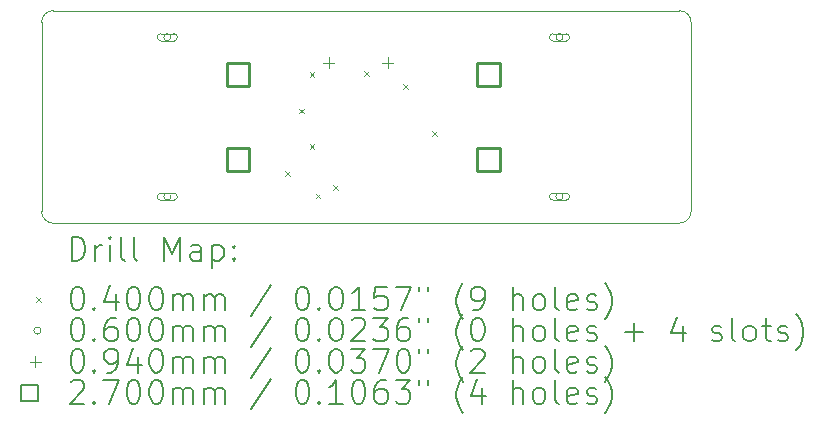
<source format=gbr>
%TF.GenerationSoftware,KiCad,Pcbnew,8.0.1*%
%TF.CreationDate,2025-04-04T09:34:16-04:00*%
%TF.ProjectId,LVC_Custom,4c56435f-4375-4737-946f-6d2e6b696361,rev?*%
%TF.SameCoordinates,Original*%
%TF.FileFunction,Drillmap*%
%TF.FilePolarity,Positive*%
%FSLAX45Y45*%
G04 Gerber Fmt 4.5, Leading zero omitted, Abs format (unit mm)*
G04 Created by KiCad (PCBNEW 8.0.1) date 2025-04-04 09:34:16*
%MOMM*%
%LPD*%
G01*
G04 APERTURE LIST*
%ADD10C,0.100000*%
%ADD11C,0.200000*%
%ADD12C,0.270000*%
G04 APERTURE END LIST*
D10*
X11600000Y-12200000D02*
X11600000Y-10600000D01*
X17000000Y-12300000D02*
X11700000Y-12300000D01*
X17100000Y-12200000D02*
X17100000Y-10600000D01*
X17000000Y-10500000D02*
G75*
G02*
X17100000Y-10600000I0J-100000D01*
G01*
X11700000Y-10500000D02*
X17000000Y-10500000D01*
X11700000Y-12300000D02*
G75*
G02*
X11600000Y-12200000I0J100000D01*
G01*
X11600000Y-10600000D02*
G75*
G02*
X11700000Y-10500000I100000J0D01*
G01*
X17100000Y-12200000D02*
G75*
G02*
X17000000Y-12300000I-100000J0D01*
G01*
D11*
D10*
X13660000Y-11860000D02*
X13700000Y-11900000D01*
X13700000Y-11860000D02*
X13660000Y-11900000D01*
X13780000Y-11330000D02*
X13820000Y-11370000D01*
X13820000Y-11330000D02*
X13780000Y-11370000D01*
X13870000Y-11020000D02*
X13910000Y-11060000D01*
X13910000Y-11020000D02*
X13870000Y-11060000D01*
X13870000Y-11630000D02*
X13910000Y-11670000D01*
X13910000Y-11630000D02*
X13870000Y-11670000D01*
X13920000Y-12050000D02*
X13960000Y-12090000D01*
X13960000Y-12050000D02*
X13920000Y-12090000D01*
X14070000Y-11980000D02*
X14110000Y-12020000D01*
X14110000Y-11980000D02*
X14070000Y-12020000D01*
X14330000Y-11010000D02*
X14370000Y-11050000D01*
X14370000Y-11010000D02*
X14330000Y-11050000D01*
X14660000Y-11120000D02*
X14700000Y-11160000D01*
X14700000Y-11120000D02*
X14660000Y-11160000D01*
X14910000Y-11520000D02*
X14950000Y-11560000D01*
X14950000Y-11520000D02*
X14910000Y-11560000D01*
X12695000Y-10725000D02*
G75*
G02*
X12635000Y-10725000I-30000J0D01*
G01*
X12635000Y-10725000D02*
G75*
G02*
X12695000Y-10725000I30000J0D01*
G01*
X12720000Y-10695000D02*
X12610000Y-10695000D01*
X12610000Y-10755000D02*
G75*
G02*
X12610000Y-10695000I0J30000D01*
G01*
X12610000Y-10755000D02*
X12720000Y-10755000D01*
X12720000Y-10755000D02*
G75*
G03*
X12720000Y-10695000I0J30000D01*
G01*
X12695000Y-12075000D02*
G75*
G02*
X12635000Y-12075000I-30000J0D01*
G01*
X12635000Y-12075000D02*
G75*
G02*
X12695000Y-12075000I30000J0D01*
G01*
X12720000Y-12045000D02*
X12610000Y-12045000D01*
X12610000Y-12105000D02*
G75*
G02*
X12610000Y-12045000I0J30000D01*
G01*
X12610000Y-12105000D02*
X12720000Y-12105000D01*
X12720000Y-12105000D02*
G75*
G03*
X12720000Y-12045000I0J30000D01*
G01*
X16015000Y-10725000D02*
G75*
G02*
X15955000Y-10725000I-30000J0D01*
G01*
X15955000Y-10725000D02*
G75*
G02*
X16015000Y-10725000I30000J0D01*
G01*
X15930000Y-10755000D02*
X16040000Y-10755000D01*
X16040000Y-10695000D02*
G75*
G02*
X16040000Y-10755000I0J-30000D01*
G01*
X16040000Y-10695000D02*
X15930000Y-10695000D01*
X15930000Y-10695000D02*
G75*
G03*
X15930000Y-10755000I0J-30000D01*
G01*
X16015000Y-12075000D02*
G75*
G02*
X15955000Y-12075000I-30000J0D01*
G01*
X15955000Y-12075000D02*
G75*
G02*
X16015000Y-12075000I30000J0D01*
G01*
X15930000Y-12105000D02*
X16040000Y-12105000D01*
X16040000Y-12045000D02*
G75*
G02*
X16040000Y-12105000I0J-30000D01*
G01*
X16040000Y-12045000D02*
X15930000Y-12045000D01*
X15930000Y-12045000D02*
G75*
G03*
X15930000Y-12105000I0J-30000D01*
G01*
X14030000Y-10893194D02*
X14030000Y-10987174D01*
X13983010Y-10940184D02*
X14076990Y-10940184D01*
X14530000Y-10893194D02*
X14530000Y-10987174D01*
X14483010Y-10940184D02*
X14576990Y-10940184D01*
D12*
X13360460Y-11135460D02*
X13360460Y-10944540D01*
X13169540Y-10944540D01*
X13169540Y-11135460D01*
X13360460Y-11135460D01*
X13360460Y-11855460D02*
X13360460Y-11664540D01*
X13169540Y-11664540D01*
X13169540Y-11855460D01*
X13360460Y-11855460D01*
X15480460Y-11135460D02*
X15480460Y-10944540D01*
X15289540Y-10944540D01*
X15289540Y-11135460D01*
X15480460Y-11135460D01*
X15480460Y-11855460D02*
X15480460Y-11664540D01*
X15289540Y-11664540D01*
X15289540Y-11855460D01*
X15480460Y-11855460D01*
D11*
X11855777Y-12616484D02*
X11855777Y-12416484D01*
X11855777Y-12416484D02*
X11903396Y-12416484D01*
X11903396Y-12416484D02*
X11931967Y-12426008D01*
X11931967Y-12426008D02*
X11951015Y-12445055D01*
X11951015Y-12445055D02*
X11960539Y-12464103D01*
X11960539Y-12464103D02*
X11970062Y-12502198D01*
X11970062Y-12502198D02*
X11970062Y-12530769D01*
X11970062Y-12530769D02*
X11960539Y-12568865D01*
X11960539Y-12568865D02*
X11951015Y-12587912D01*
X11951015Y-12587912D02*
X11931967Y-12606960D01*
X11931967Y-12606960D02*
X11903396Y-12616484D01*
X11903396Y-12616484D02*
X11855777Y-12616484D01*
X12055777Y-12616484D02*
X12055777Y-12483150D01*
X12055777Y-12521246D02*
X12065301Y-12502198D01*
X12065301Y-12502198D02*
X12074824Y-12492674D01*
X12074824Y-12492674D02*
X12093872Y-12483150D01*
X12093872Y-12483150D02*
X12112920Y-12483150D01*
X12179586Y-12616484D02*
X12179586Y-12483150D01*
X12179586Y-12416484D02*
X12170062Y-12426008D01*
X12170062Y-12426008D02*
X12179586Y-12435531D01*
X12179586Y-12435531D02*
X12189110Y-12426008D01*
X12189110Y-12426008D02*
X12179586Y-12416484D01*
X12179586Y-12416484D02*
X12179586Y-12435531D01*
X12303396Y-12616484D02*
X12284348Y-12606960D01*
X12284348Y-12606960D02*
X12274824Y-12587912D01*
X12274824Y-12587912D02*
X12274824Y-12416484D01*
X12408158Y-12616484D02*
X12389110Y-12606960D01*
X12389110Y-12606960D02*
X12379586Y-12587912D01*
X12379586Y-12587912D02*
X12379586Y-12416484D01*
X12636729Y-12616484D02*
X12636729Y-12416484D01*
X12636729Y-12416484D02*
X12703396Y-12559341D01*
X12703396Y-12559341D02*
X12770062Y-12416484D01*
X12770062Y-12416484D02*
X12770062Y-12616484D01*
X12951015Y-12616484D02*
X12951015Y-12511722D01*
X12951015Y-12511722D02*
X12941491Y-12492674D01*
X12941491Y-12492674D02*
X12922443Y-12483150D01*
X12922443Y-12483150D02*
X12884348Y-12483150D01*
X12884348Y-12483150D02*
X12865301Y-12492674D01*
X12951015Y-12606960D02*
X12931967Y-12616484D01*
X12931967Y-12616484D02*
X12884348Y-12616484D01*
X12884348Y-12616484D02*
X12865301Y-12606960D01*
X12865301Y-12606960D02*
X12855777Y-12587912D01*
X12855777Y-12587912D02*
X12855777Y-12568865D01*
X12855777Y-12568865D02*
X12865301Y-12549817D01*
X12865301Y-12549817D02*
X12884348Y-12540293D01*
X12884348Y-12540293D02*
X12931967Y-12540293D01*
X12931967Y-12540293D02*
X12951015Y-12530769D01*
X13046253Y-12483150D02*
X13046253Y-12683150D01*
X13046253Y-12492674D02*
X13065301Y-12483150D01*
X13065301Y-12483150D02*
X13103396Y-12483150D01*
X13103396Y-12483150D02*
X13122443Y-12492674D01*
X13122443Y-12492674D02*
X13131967Y-12502198D01*
X13131967Y-12502198D02*
X13141491Y-12521246D01*
X13141491Y-12521246D02*
X13141491Y-12578388D01*
X13141491Y-12578388D02*
X13131967Y-12597436D01*
X13131967Y-12597436D02*
X13122443Y-12606960D01*
X13122443Y-12606960D02*
X13103396Y-12616484D01*
X13103396Y-12616484D02*
X13065301Y-12616484D01*
X13065301Y-12616484D02*
X13046253Y-12606960D01*
X13227205Y-12597436D02*
X13236729Y-12606960D01*
X13236729Y-12606960D02*
X13227205Y-12616484D01*
X13227205Y-12616484D02*
X13217682Y-12606960D01*
X13217682Y-12606960D02*
X13227205Y-12597436D01*
X13227205Y-12597436D02*
X13227205Y-12616484D01*
X13227205Y-12492674D02*
X13236729Y-12502198D01*
X13236729Y-12502198D02*
X13227205Y-12511722D01*
X13227205Y-12511722D02*
X13217682Y-12502198D01*
X13217682Y-12502198D02*
X13227205Y-12492674D01*
X13227205Y-12492674D02*
X13227205Y-12511722D01*
D10*
X11555000Y-12925000D02*
X11595000Y-12965000D01*
X11595000Y-12925000D02*
X11555000Y-12965000D01*
D11*
X11893872Y-12836484D02*
X11912920Y-12836484D01*
X11912920Y-12836484D02*
X11931967Y-12846008D01*
X11931967Y-12846008D02*
X11941491Y-12855531D01*
X11941491Y-12855531D02*
X11951015Y-12874579D01*
X11951015Y-12874579D02*
X11960539Y-12912674D01*
X11960539Y-12912674D02*
X11960539Y-12960293D01*
X11960539Y-12960293D02*
X11951015Y-12998388D01*
X11951015Y-12998388D02*
X11941491Y-13017436D01*
X11941491Y-13017436D02*
X11931967Y-13026960D01*
X11931967Y-13026960D02*
X11912920Y-13036484D01*
X11912920Y-13036484D02*
X11893872Y-13036484D01*
X11893872Y-13036484D02*
X11874824Y-13026960D01*
X11874824Y-13026960D02*
X11865301Y-13017436D01*
X11865301Y-13017436D02*
X11855777Y-12998388D01*
X11855777Y-12998388D02*
X11846253Y-12960293D01*
X11846253Y-12960293D02*
X11846253Y-12912674D01*
X11846253Y-12912674D02*
X11855777Y-12874579D01*
X11855777Y-12874579D02*
X11865301Y-12855531D01*
X11865301Y-12855531D02*
X11874824Y-12846008D01*
X11874824Y-12846008D02*
X11893872Y-12836484D01*
X12046253Y-13017436D02*
X12055777Y-13026960D01*
X12055777Y-13026960D02*
X12046253Y-13036484D01*
X12046253Y-13036484D02*
X12036729Y-13026960D01*
X12036729Y-13026960D02*
X12046253Y-13017436D01*
X12046253Y-13017436D02*
X12046253Y-13036484D01*
X12227205Y-12903150D02*
X12227205Y-13036484D01*
X12179586Y-12826960D02*
X12131967Y-12969817D01*
X12131967Y-12969817D02*
X12255777Y-12969817D01*
X12370062Y-12836484D02*
X12389110Y-12836484D01*
X12389110Y-12836484D02*
X12408158Y-12846008D01*
X12408158Y-12846008D02*
X12417682Y-12855531D01*
X12417682Y-12855531D02*
X12427205Y-12874579D01*
X12427205Y-12874579D02*
X12436729Y-12912674D01*
X12436729Y-12912674D02*
X12436729Y-12960293D01*
X12436729Y-12960293D02*
X12427205Y-12998388D01*
X12427205Y-12998388D02*
X12417682Y-13017436D01*
X12417682Y-13017436D02*
X12408158Y-13026960D01*
X12408158Y-13026960D02*
X12389110Y-13036484D01*
X12389110Y-13036484D02*
X12370062Y-13036484D01*
X12370062Y-13036484D02*
X12351015Y-13026960D01*
X12351015Y-13026960D02*
X12341491Y-13017436D01*
X12341491Y-13017436D02*
X12331967Y-12998388D01*
X12331967Y-12998388D02*
X12322443Y-12960293D01*
X12322443Y-12960293D02*
X12322443Y-12912674D01*
X12322443Y-12912674D02*
X12331967Y-12874579D01*
X12331967Y-12874579D02*
X12341491Y-12855531D01*
X12341491Y-12855531D02*
X12351015Y-12846008D01*
X12351015Y-12846008D02*
X12370062Y-12836484D01*
X12560539Y-12836484D02*
X12579586Y-12836484D01*
X12579586Y-12836484D02*
X12598634Y-12846008D01*
X12598634Y-12846008D02*
X12608158Y-12855531D01*
X12608158Y-12855531D02*
X12617682Y-12874579D01*
X12617682Y-12874579D02*
X12627205Y-12912674D01*
X12627205Y-12912674D02*
X12627205Y-12960293D01*
X12627205Y-12960293D02*
X12617682Y-12998388D01*
X12617682Y-12998388D02*
X12608158Y-13017436D01*
X12608158Y-13017436D02*
X12598634Y-13026960D01*
X12598634Y-13026960D02*
X12579586Y-13036484D01*
X12579586Y-13036484D02*
X12560539Y-13036484D01*
X12560539Y-13036484D02*
X12541491Y-13026960D01*
X12541491Y-13026960D02*
X12531967Y-13017436D01*
X12531967Y-13017436D02*
X12522443Y-12998388D01*
X12522443Y-12998388D02*
X12512920Y-12960293D01*
X12512920Y-12960293D02*
X12512920Y-12912674D01*
X12512920Y-12912674D02*
X12522443Y-12874579D01*
X12522443Y-12874579D02*
X12531967Y-12855531D01*
X12531967Y-12855531D02*
X12541491Y-12846008D01*
X12541491Y-12846008D02*
X12560539Y-12836484D01*
X12712920Y-13036484D02*
X12712920Y-12903150D01*
X12712920Y-12922198D02*
X12722443Y-12912674D01*
X12722443Y-12912674D02*
X12741491Y-12903150D01*
X12741491Y-12903150D02*
X12770063Y-12903150D01*
X12770063Y-12903150D02*
X12789110Y-12912674D01*
X12789110Y-12912674D02*
X12798634Y-12931722D01*
X12798634Y-12931722D02*
X12798634Y-13036484D01*
X12798634Y-12931722D02*
X12808158Y-12912674D01*
X12808158Y-12912674D02*
X12827205Y-12903150D01*
X12827205Y-12903150D02*
X12855777Y-12903150D01*
X12855777Y-12903150D02*
X12874824Y-12912674D01*
X12874824Y-12912674D02*
X12884348Y-12931722D01*
X12884348Y-12931722D02*
X12884348Y-13036484D01*
X12979586Y-13036484D02*
X12979586Y-12903150D01*
X12979586Y-12922198D02*
X12989110Y-12912674D01*
X12989110Y-12912674D02*
X13008158Y-12903150D01*
X13008158Y-12903150D02*
X13036729Y-12903150D01*
X13036729Y-12903150D02*
X13055777Y-12912674D01*
X13055777Y-12912674D02*
X13065301Y-12931722D01*
X13065301Y-12931722D02*
X13065301Y-13036484D01*
X13065301Y-12931722D02*
X13074824Y-12912674D01*
X13074824Y-12912674D02*
X13093872Y-12903150D01*
X13093872Y-12903150D02*
X13122443Y-12903150D01*
X13122443Y-12903150D02*
X13141491Y-12912674D01*
X13141491Y-12912674D02*
X13151015Y-12931722D01*
X13151015Y-12931722D02*
X13151015Y-13036484D01*
X13541491Y-12826960D02*
X13370063Y-13084103D01*
X13798634Y-12836484D02*
X13817682Y-12836484D01*
X13817682Y-12836484D02*
X13836729Y-12846008D01*
X13836729Y-12846008D02*
X13846253Y-12855531D01*
X13846253Y-12855531D02*
X13855777Y-12874579D01*
X13855777Y-12874579D02*
X13865301Y-12912674D01*
X13865301Y-12912674D02*
X13865301Y-12960293D01*
X13865301Y-12960293D02*
X13855777Y-12998388D01*
X13855777Y-12998388D02*
X13846253Y-13017436D01*
X13846253Y-13017436D02*
X13836729Y-13026960D01*
X13836729Y-13026960D02*
X13817682Y-13036484D01*
X13817682Y-13036484D02*
X13798634Y-13036484D01*
X13798634Y-13036484D02*
X13779586Y-13026960D01*
X13779586Y-13026960D02*
X13770063Y-13017436D01*
X13770063Y-13017436D02*
X13760539Y-12998388D01*
X13760539Y-12998388D02*
X13751015Y-12960293D01*
X13751015Y-12960293D02*
X13751015Y-12912674D01*
X13751015Y-12912674D02*
X13760539Y-12874579D01*
X13760539Y-12874579D02*
X13770063Y-12855531D01*
X13770063Y-12855531D02*
X13779586Y-12846008D01*
X13779586Y-12846008D02*
X13798634Y-12836484D01*
X13951015Y-13017436D02*
X13960539Y-13026960D01*
X13960539Y-13026960D02*
X13951015Y-13036484D01*
X13951015Y-13036484D02*
X13941491Y-13026960D01*
X13941491Y-13026960D02*
X13951015Y-13017436D01*
X13951015Y-13017436D02*
X13951015Y-13036484D01*
X14084348Y-12836484D02*
X14103396Y-12836484D01*
X14103396Y-12836484D02*
X14122444Y-12846008D01*
X14122444Y-12846008D02*
X14131967Y-12855531D01*
X14131967Y-12855531D02*
X14141491Y-12874579D01*
X14141491Y-12874579D02*
X14151015Y-12912674D01*
X14151015Y-12912674D02*
X14151015Y-12960293D01*
X14151015Y-12960293D02*
X14141491Y-12998388D01*
X14141491Y-12998388D02*
X14131967Y-13017436D01*
X14131967Y-13017436D02*
X14122444Y-13026960D01*
X14122444Y-13026960D02*
X14103396Y-13036484D01*
X14103396Y-13036484D02*
X14084348Y-13036484D01*
X14084348Y-13036484D02*
X14065301Y-13026960D01*
X14065301Y-13026960D02*
X14055777Y-13017436D01*
X14055777Y-13017436D02*
X14046253Y-12998388D01*
X14046253Y-12998388D02*
X14036729Y-12960293D01*
X14036729Y-12960293D02*
X14036729Y-12912674D01*
X14036729Y-12912674D02*
X14046253Y-12874579D01*
X14046253Y-12874579D02*
X14055777Y-12855531D01*
X14055777Y-12855531D02*
X14065301Y-12846008D01*
X14065301Y-12846008D02*
X14084348Y-12836484D01*
X14341491Y-13036484D02*
X14227206Y-13036484D01*
X14284348Y-13036484D02*
X14284348Y-12836484D01*
X14284348Y-12836484D02*
X14265301Y-12865055D01*
X14265301Y-12865055D02*
X14246253Y-12884103D01*
X14246253Y-12884103D02*
X14227206Y-12893627D01*
X14522444Y-12836484D02*
X14427206Y-12836484D01*
X14427206Y-12836484D02*
X14417682Y-12931722D01*
X14417682Y-12931722D02*
X14427206Y-12922198D01*
X14427206Y-12922198D02*
X14446253Y-12912674D01*
X14446253Y-12912674D02*
X14493872Y-12912674D01*
X14493872Y-12912674D02*
X14512920Y-12922198D01*
X14512920Y-12922198D02*
X14522444Y-12931722D01*
X14522444Y-12931722D02*
X14531967Y-12950769D01*
X14531967Y-12950769D02*
X14531967Y-12998388D01*
X14531967Y-12998388D02*
X14522444Y-13017436D01*
X14522444Y-13017436D02*
X14512920Y-13026960D01*
X14512920Y-13026960D02*
X14493872Y-13036484D01*
X14493872Y-13036484D02*
X14446253Y-13036484D01*
X14446253Y-13036484D02*
X14427206Y-13026960D01*
X14427206Y-13026960D02*
X14417682Y-13017436D01*
X14598634Y-12836484D02*
X14731967Y-12836484D01*
X14731967Y-12836484D02*
X14646253Y-13036484D01*
X14798634Y-12836484D02*
X14798634Y-12874579D01*
X14874825Y-12836484D02*
X14874825Y-12874579D01*
X15170063Y-13112674D02*
X15160539Y-13103150D01*
X15160539Y-13103150D02*
X15141491Y-13074579D01*
X15141491Y-13074579D02*
X15131968Y-13055531D01*
X15131968Y-13055531D02*
X15122444Y-13026960D01*
X15122444Y-13026960D02*
X15112920Y-12979341D01*
X15112920Y-12979341D02*
X15112920Y-12941246D01*
X15112920Y-12941246D02*
X15122444Y-12893627D01*
X15122444Y-12893627D02*
X15131968Y-12865055D01*
X15131968Y-12865055D02*
X15141491Y-12846008D01*
X15141491Y-12846008D02*
X15160539Y-12817436D01*
X15160539Y-12817436D02*
X15170063Y-12807912D01*
X15255777Y-13036484D02*
X15293872Y-13036484D01*
X15293872Y-13036484D02*
X15312920Y-13026960D01*
X15312920Y-13026960D02*
X15322444Y-13017436D01*
X15322444Y-13017436D02*
X15341491Y-12988865D01*
X15341491Y-12988865D02*
X15351015Y-12950769D01*
X15351015Y-12950769D02*
X15351015Y-12874579D01*
X15351015Y-12874579D02*
X15341491Y-12855531D01*
X15341491Y-12855531D02*
X15331968Y-12846008D01*
X15331968Y-12846008D02*
X15312920Y-12836484D01*
X15312920Y-12836484D02*
X15274825Y-12836484D01*
X15274825Y-12836484D02*
X15255777Y-12846008D01*
X15255777Y-12846008D02*
X15246253Y-12855531D01*
X15246253Y-12855531D02*
X15236729Y-12874579D01*
X15236729Y-12874579D02*
X15236729Y-12922198D01*
X15236729Y-12922198D02*
X15246253Y-12941246D01*
X15246253Y-12941246D02*
X15255777Y-12950769D01*
X15255777Y-12950769D02*
X15274825Y-12960293D01*
X15274825Y-12960293D02*
X15312920Y-12960293D01*
X15312920Y-12960293D02*
X15331968Y-12950769D01*
X15331968Y-12950769D02*
X15341491Y-12941246D01*
X15341491Y-12941246D02*
X15351015Y-12922198D01*
X15589110Y-13036484D02*
X15589110Y-12836484D01*
X15674825Y-13036484D02*
X15674825Y-12931722D01*
X15674825Y-12931722D02*
X15665301Y-12912674D01*
X15665301Y-12912674D02*
X15646253Y-12903150D01*
X15646253Y-12903150D02*
X15617682Y-12903150D01*
X15617682Y-12903150D02*
X15598634Y-12912674D01*
X15598634Y-12912674D02*
X15589110Y-12922198D01*
X15798634Y-13036484D02*
X15779587Y-13026960D01*
X15779587Y-13026960D02*
X15770063Y-13017436D01*
X15770063Y-13017436D02*
X15760539Y-12998388D01*
X15760539Y-12998388D02*
X15760539Y-12941246D01*
X15760539Y-12941246D02*
X15770063Y-12922198D01*
X15770063Y-12922198D02*
X15779587Y-12912674D01*
X15779587Y-12912674D02*
X15798634Y-12903150D01*
X15798634Y-12903150D02*
X15827206Y-12903150D01*
X15827206Y-12903150D02*
X15846253Y-12912674D01*
X15846253Y-12912674D02*
X15855777Y-12922198D01*
X15855777Y-12922198D02*
X15865301Y-12941246D01*
X15865301Y-12941246D02*
X15865301Y-12998388D01*
X15865301Y-12998388D02*
X15855777Y-13017436D01*
X15855777Y-13017436D02*
X15846253Y-13026960D01*
X15846253Y-13026960D02*
X15827206Y-13036484D01*
X15827206Y-13036484D02*
X15798634Y-13036484D01*
X15979587Y-13036484D02*
X15960539Y-13026960D01*
X15960539Y-13026960D02*
X15951015Y-13007912D01*
X15951015Y-13007912D02*
X15951015Y-12836484D01*
X16131968Y-13026960D02*
X16112920Y-13036484D01*
X16112920Y-13036484D02*
X16074825Y-13036484D01*
X16074825Y-13036484D02*
X16055777Y-13026960D01*
X16055777Y-13026960D02*
X16046253Y-13007912D01*
X16046253Y-13007912D02*
X16046253Y-12931722D01*
X16046253Y-12931722D02*
X16055777Y-12912674D01*
X16055777Y-12912674D02*
X16074825Y-12903150D01*
X16074825Y-12903150D02*
X16112920Y-12903150D01*
X16112920Y-12903150D02*
X16131968Y-12912674D01*
X16131968Y-12912674D02*
X16141491Y-12931722D01*
X16141491Y-12931722D02*
X16141491Y-12950769D01*
X16141491Y-12950769D02*
X16046253Y-12969817D01*
X16217682Y-13026960D02*
X16236730Y-13036484D01*
X16236730Y-13036484D02*
X16274825Y-13036484D01*
X16274825Y-13036484D02*
X16293872Y-13026960D01*
X16293872Y-13026960D02*
X16303396Y-13007912D01*
X16303396Y-13007912D02*
X16303396Y-12998388D01*
X16303396Y-12998388D02*
X16293872Y-12979341D01*
X16293872Y-12979341D02*
X16274825Y-12969817D01*
X16274825Y-12969817D02*
X16246253Y-12969817D01*
X16246253Y-12969817D02*
X16227206Y-12960293D01*
X16227206Y-12960293D02*
X16217682Y-12941246D01*
X16217682Y-12941246D02*
X16217682Y-12931722D01*
X16217682Y-12931722D02*
X16227206Y-12912674D01*
X16227206Y-12912674D02*
X16246253Y-12903150D01*
X16246253Y-12903150D02*
X16274825Y-12903150D01*
X16274825Y-12903150D02*
X16293872Y-12912674D01*
X16370063Y-13112674D02*
X16379587Y-13103150D01*
X16379587Y-13103150D02*
X16398634Y-13074579D01*
X16398634Y-13074579D02*
X16408158Y-13055531D01*
X16408158Y-13055531D02*
X16417682Y-13026960D01*
X16417682Y-13026960D02*
X16427206Y-12979341D01*
X16427206Y-12979341D02*
X16427206Y-12941246D01*
X16427206Y-12941246D02*
X16417682Y-12893627D01*
X16417682Y-12893627D02*
X16408158Y-12865055D01*
X16408158Y-12865055D02*
X16398634Y-12846008D01*
X16398634Y-12846008D02*
X16379587Y-12817436D01*
X16379587Y-12817436D02*
X16370063Y-12807912D01*
D10*
X11595000Y-13209000D02*
G75*
G02*
X11535000Y-13209000I-30000J0D01*
G01*
X11535000Y-13209000D02*
G75*
G02*
X11595000Y-13209000I30000J0D01*
G01*
D11*
X11893872Y-13100484D02*
X11912920Y-13100484D01*
X11912920Y-13100484D02*
X11931967Y-13110008D01*
X11931967Y-13110008D02*
X11941491Y-13119531D01*
X11941491Y-13119531D02*
X11951015Y-13138579D01*
X11951015Y-13138579D02*
X11960539Y-13176674D01*
X11960539Y-13176674D02*
X11960539Y-13224293D01*
X11960539Y-13224293D02*
X11951015Y-13262388D01*
X11951015Y-13262388D02*
X11941491Y-13281436D01*
X11941491Y-13281436D02*
X11931967Y-13290960D01*
X11931967Y-13290960D02*
X11912920Y-13300484D01*
X11912920Y-13300484D02*
X11893872Y-13300484D01*
X11893872Y-13300484D02*
X11874824Y-13290960D01*
X11874824Y-13290960D02*
X11865301Y-13281436D01*
X11865301Y-13281436D02*
X11855777Y-13262388D01*
X11855777Y-13262388D02*
X11846253Y-13224293D01*
X11846253Y-13224293D02*
X11846253Y-13176674D01*
X11846253Y-13176674D02*
X11855777Y-13138579D01*
X11855777Y-13138579D02*
X11865301Y-13119531D01*
X11865301Y-13119531D02*
X11874824Y-13110008D01*
X11874824Y-13110008D02*
X11893872Y-13100484D01*
X12046253Y-13281436D02*
X12055777Y-13290960D01*
X12055777Y-13290960D02*
X12046253Y-13300484D01*
X12046253Y-13300484D02*
X12036729Y-13290960D01*
X12036729Y-13290960D02*
X12046253Y-13281436D01*
X12046253Y-13281436D02*
X12046253Y-13300484D01*
X12227205Y-13100484D02*
X12189110Y-13100484D01*
X12189110Y-13100484D02*
X12170062Y-13110008D01*
X12170062Y-13110008D02*
X12160539Y-13119531D01*
X12160539Y-13119531D02*
X12141491Y-13148103D01*
X12141491Y-13148103D02*
X12131967Y-13186198D01*
X12131967Y-13186198D02*
X12131967Y-13262388D01*
X12131967Y-13262388D02*
X12141491Y-13281436D01*
X12141491Y-13281436D02*
X12151015Y-13290960D01*
X12151015Y-13290960D02*
X12170062Y-13300484D01*
X12170062Y-13300484D02*
X12208158Y-13300484D01*
X12208158Y-13300484D02*
X12227205Y-13290960D01*
X12227205Y-13290960D02*
X12236729Y-13281436D01*
X12236729Y-13281436D02*
X12246253Y-13262388D01*
X12246253Y-13262388D02*
X12246253Y-13214769D01*
X12246253Y-13214769D02*
X12236729Y-13195722D01*
X12236729Y-13195722D02*
X12227205Y-13186198D01*
X12227205Y-13186198D02*
X12208158Y-13176674D01*
X12208158Y-13176674D02*
X12170062Y-13176674D01*
X12170062Y-13176674D02*
X12151015Y-13186198D01*
X12151015Y-13186198D02*
X12141491Y-13195722D01*
X12141491Y-13195722D02*
X12131967Y-13214769D01*
X12370062Y-13100484D02*
X12389110Y-13100484D01*
X12389110Y-13100484D02*
X12408158Y-13110008D01*
X12408158Y-13110008D02*
X12417682Y-13119531D01*
X12417682Y-13119531D02*
X12427205Y-13138579D01*
X12427205Y-13138579D02*
X12436729Y-13176674D01*
X12436729Y-13176674D02*
X12436729Y-13224293D01*
X12436729Y-13224293D02*
X12427205Y-13262388D01*
X12427205Y-13262388D02*
X12417682Y-13281436D01*
X12417682Y-13281436D02*
X12408158Y-13290960D01*
X12408158Y-13290960D02*
X12389110Y-13300484D01*
X12389110Y-13300484D02*
X12370062Y-13300484D01*
X12370062Y-13300484D02*
X12351015Y-13290960D01*
X12351015Y-13290960D02*
X12341491Y-13281436D01*
X12341491Y-13281436D02*
X12331967Y-13262388D01*
X12331967Y-13262388D02*
X12322443Y-13224293D01*
X12322443Y-13224293D02*
X12322443Y-13176674D01*
X12322443Y-13176674D02*
X12331967Y-13138579D01*
X12331967Y-13138579D02*
X12341491Y-13119531D01*
X12341491Y-13119531D02*
X12351015Y-13110008D01*
X12351015Y-13110008D02*
X12370062Y-13100484D01*
X12560539Y-13100484D02*
X12579586Y-13100484D01*
X12579586Y-13100484D02*
X12598634Y-13110008D01*
X12598634Y-13110008D02*
X12608158Y-13119531D01*
X12608158Y-13119531D02*
X12617682Y-13138579D01*
X12617682Y-13138579D02*
X12627205Y-13176674D01*
X12627205Y-13176674D02*
X12627205Y-13224293D01*
X12627205Y-13224293D02*
X12617682Y-13262388D01*
X12617682Y-13262388D02*
X12608158Y-13281436D01*
X12608158Y-13281436D02*
X12598634Y-13290960D01*
X12598634Y-13290960D02*
X12579586Y-13300484D01*
X12579586Y-13300484D02*
X12560539Y-13300484D01*
X12560539Y-13300484D02*
X12541491Y-13290960D01*
X12541491Y-13290960D02*
X12531967Y-13281436D01*
X12531967Y-13281436D02*
X12522443Y-13262388D01*
X12522443Y-13262388D02*
X12512920Y-13224293D01*
X12512920Y-13224293D02*
X12512920Y-13176674D01*
X12512920Y-13176674D02*
X12522443Y-13138579D01*
X12522443Y-13138579D02*
X12531967Y-13119531D01*
X12531967Y-13119531D02*
X12541491Y-13110008D01*
X12541491Y-13110008D02*
X12560539Y-13100484D01*
X12712920Y-13300484D02*
X12712920Y-13167150D01*
X12712920Y-13186198D02*
X12722443Y-13176674D01*
X12722443Y-13176674D02*
X12741491Y-13167150D01*
X12741491Y-13167150D02*
X12770063Y-13167150D01*
X12770063Y-13167150D02*
X12789110Y-13176674D01*
X12789110Y-13176674D02*
X12798634Y-13195722D01*
X12798634Y-13195722D02*
X12798634Y-13300484D01*
X12798634Y-13195722D02*
X12808158Y-13176674D01*
X12808158Y-13176674D02*
X12827205Y-13167150D01*
X12827205Y-13167150D02*
X12855777Y-13167150D01*
X12855777Y-13167150D02*
X12874824Y-13176674D01*
X12874824Y-13176674D02*
X12884348Y-13195722D01*
X12884348Y-13195722D02*
X12884348Y-13300484D01*
X12979586Y-13300484D02*
X12979586Y-13167150D01*
X12979586Y-13186198D02*
X12989110Y-13176674D01*
X12989110Y-13176674D02*
X13008158Y-13167150D01*
X13008158Y-13167150D02*
X13036729Y-13167150D01*
X13036729Y-13167150D02*
X13055777Y-13176674D01*
X13055777Y-13176674D02*
X13065301Y-13195722D01*
X13065301Y-13195722D02*
X13065301Y-13300484D01*
X13065301Y-13195722D02*
X13074824Y-13176674D01*
X13074824Y-13176674D02*
X13093872Y-13167150D01*
X13093872Y-13167150D02*
X13122443Y-13167150D01*
X13122443Y-13167150D02*
X13141491Y-13176674D01*
X13141491Y-13176674D02*
X13151015Y-13195722D01*
X13151015Y-13195722D02*
X13151015Y-13300484D01*
X13541491Y-13090960D02*
X13370063Y-13348103D01*
X13798634Y-13100484D02*
X13817682Y-13100484D01*
X13817682Y-13100484D02*
X13836729Y-13110008D01*
X13836729Y-13110008D02*
X13846253Y-13119531D01*
X13846253Y-13119531D02*
X13855777Y-13138579D01*
X13855777Y-13138579D02*
X13865301Y-13176674D01*
X13865301Y-13176674D02*
X13865301Y-13224293D01*
X13865301Y-13224293D02*
X13855777Y-13262388D01*
X13855777Y-13262388D02*
X13846253Y-13281436D01*
X13846253Y-13281436D02*
X13836729Y-13290960D01*
X13836729Y-13290960D02*
X13817682Y-13300484D01*
X13817682Y-13300484D02*
X13798634Y-13300484D01*
X13798634Y-13300484D02*
X13779586Y-13290960D01*
X13779586Y-13290960D02*
X13770063Y-13281436D01*
X13770063Y-13281436D02*
X13760539Y-13262388D01*
X13760539Y-13262388D02*
X13751015Y-13224293D01*
X13751015Y-13224293D02*
X13751015Y-13176674D01*
X13751015Y-13176674D02*
X13760539Y-13138579D01*
X13760539Y-13138579D02*
X13770063Y-13119531D01*
X13770063Y-13119531D02*
X13779586Y-13110008D01*
X13779586Y-13110008D02*
X13798634Y-13100484D01*
X13951015Y-13281436D02*
X13960539Y-13290960D01*
X13960539Y-13290960D02*
X13951015Y-13300484D01*
X13951015Y-13300484D02*
X13941491Y-13290960D01*
X13941491Y-13290960D02*
X13951015Y-13281436D01*
X13951015Y-13281436D02*
X13951015Y-13300484D01*
X14084348Y-13100484D02*
X14103396Y-13100484D01*
X14103396Y-13100484D02*
X14122444Y-13110008D01*
X14122444Y-13110008D02*
X14131967Y-13119531D01*
X14131967Y-13119531D02*
X14141491Y-13138579D01*
X14141491Y-13138579D02*
X14151015Y-13176674D01*
X14151015Y-13176674D02*
X14151015Y-13224293D01*
X14151015Y-13224293D02*
X14141491Y-13262388D01*
X14141491Y-13262388D02*
X14131967Y-13281436D01*
X14131967Y-13281436D02*
X14122444Y-13290960D01*
X14122444Y-13290960D02*
X14103396Y-13300484D01*
X14103396Y-13300484D02*
X14084348Y-13300484D01*
X14084348Y-13300484D02*
X14065301Y-13290960D01*
X14065301Y-13290960D02*
X14055777Y-13281436D01*
X14055777Y-13281436D02*
X14046253Y-13262388D01*
X14046253Y-13262388D02*
X14036729Y-13224293D01*
X14036729Y-13224293D02*
X14036729Y-13176674D01*
X14036729Y-13176674D02*
X14046253Y-13138579D01*
X14046253Y-13138579D02*
X14055777Y-13119531D01*
X14055777Y-13119531D02*
X14065301Y-13110008D01*
X14065301Y-13110008D02*
X14084348Y-13100484D01*
X14227206Y-13119531D02*
X14236729Y-13110008D01*
X14236729Y-13110008D02*
X14255777Y-13100484D01*
X14255777Y-13100484D02*
X14303396Y-13100484D01*
X14303396Y-13100484D02*
X14322444Y-13110008D01*
X14322444Y-13110008D02*
X14331967Y-13119531D01*
X14331967Y-13119531D02*
X14341491Y-13138579D01*
X14341491Y-13138579D02*
X14341491Y-13157627D01*
X14341491Y-13157627D02*
X14331967Y-13186198D01*
X14331967Y-13186198D02*
X14217682Y-13300484D01*
X14217682Y-13300484D02*
X14341491Y-13300484D01*
X14408158Y-13100484D02*
X14531967Y-13100484D01*
X14531967Y-13100484D02*
X14465301Y-13176674D01*
X14465301Y-13176674D02*
X14493872Y-13176674D01*
X14493872Y-13176674D02*
X14512920Y-13186198D01*
X14512920Y-13186198D02*
X14522444Y-13195722D01*
X14522444Y-13195722D02*
X14531967Y-13214769D01*
X14531967Y-13214769D02*
X14531967Y-13262388D01*
X14531967Y-13262388D02*
X14522444Y-13281436D01*
X14522444Y-13281436D02*
X14512920Y-13290960D01*
X14512920Y-13290960D02*
X14493872Y-13300484D01*
X14493872Y-13300484D02*
X14436729Y-13300484D01*
X14436729Y-13300484D02*
X14417682Y-13290960D01*
X14417682Y-13290960D02*
X14408158Y-13281436D01*
X14703396Y-13100484D02*
X14665301Y-13100484D01*
X14665301Y-13100484D02*
X14646253Y-13110008D01*
X14646253Y-13110008D02*
X14636729Y-13119531D01*
X14636729Y-13119531D02*
X14617682Y-13148103D01*
X14617682Y-13148103D02*
X14608158Y-13186198D01*
X14608158Y-13186198D02*
X14608158Y-13262388D01*
X14608158Y-13262388D02*
X14617682Y-13281436D01*
X14617682Y-13281436D02*
X14627206Y-13290960D01*
X14627206Y-13290960D02*
X14646253Y-13300484D01*
X14646253Y-13300484D02*
X14684348Y-13300484D01*
X14684348Y-13300484D02*
X14703396Y-13290960D01*
X14703396Y-13290960D02*
X14712920Y-13281436D01*
X14712920Y-13281436D02*
X14722444Y-13262388D01*
X14722444Y-13262388D02*
X14722444Y-13214769D01*
X14722444Y-13214769D02*
X14712920Y-13195722D01*
X14712920Y-13195722D02*
X14703396Y-13186198D01*
X14703396Y-13186198D02*
X14684348Y-13176674D01*
X14684348Y-13176674D02*
X14646253Y-13176674D01*
X14646253Y-13176674D02*
X14627206Y-13186198D01*
X14627206Y-13186198D02*
X14617682Y-13195722D01*
X14617682Y-13195722D02*
X14608158Y-13214769D01*
X14798634Y-13100484D02*
X14798634Y-13138579D01*
X14874825Y-13100484D02*
X14874825Y-13138579D01*
X15170063Y-13376674D02*
X15160539Y-13367150D01*
X15160539Y-13367150D02*
X15141491Y-13338579D01*
X15141491Y-13338579D02*
X15131968Y-13319531D01*
X15131968Y-13319531D02*
X15122444Y-13290960D01*
X15122444Y-13290960D02*
X15112920Y-13243341D01*
X15112920Y-13243341D02*
X15112920Y-13205246D01*
X15112920Y-13205246D02*
X15122444Y-13157627D01*
X15122444Y-13157627D02*
X15131968Y-13129055D01*
X15131968Y-13129055D02*
X15141491Y-13110008D01*
X15141491Y-13110008D02*
X15160539Y-13081436D01*
X15160539Y-13081436D02*
X15170063Y-13071912D01*
X15284348Y-13100484D02*
X15303396Y-13100484D01*
X15303396Y-13100484D02*
X15322444Y-13110008D01*
X15322444Y-13110008D02*
X15331968Y-13119531D01*
X15331968Y-13119531D02*
X15341491Y-13138579D01*
X15341491Y-13138579D02*
X15351015Y-13176674D01*
X15351015Y-13176674D02*
X15351015Y-13224293D01*
X15351015Y-13224293D02*
X15341491Y-13262388D01*
X15341491Y-13262388D02*
X15331968Y-13281436D01*
X15331968Y-13281436D02*
X15322444Y-13290960D01*
X15322444Y-13290960D02*
X15303396Y-13300484D01*
X15303396Y-13300484D02*
X15284348Y-13300484D01*
X15284348Y-13300484D02*
X15265301Y-13290960D01*
X15265301Y-13290960D02*
X15255777Y-13281436D01*
X15255777Y-13281436D02*
X15246253Y-13262388D01*
X15246253Y-13262388D02*
X15236729Y-13224293D01*
X15236729Y-13224293D02*
X15236729Y-13176674D01*
X15236729Y-13176674D02*
X15246253Y-13138579D01*
X15246253Y-13138579D02*
X15255777Y-13119531D01*
X15255777Y-13119531D02*
X15265301Y-13110008D01*
X15265301Y-13110008D02*
X15284348Y-13100484D01*
X15589110Y-13300484D02*
X15589110Y-13100484D01*
X15674825Y-13300484D02*
X15674825Y-13195722D01*
X15674825Y-13195722D02*
X15665301Y-13176674D01*
X15665301Y-13176674D02*
X15646253Y-13167150D01*
X15646253Y-13167150D02*
X15617682Y-13167150D01*
X15617682Y-13167150D02*
X15598634Y-13176674D01*
X15598634Y-13176674D02*
X15589110Y-13186198D01*
X15798634Y-13300484D02*
X15779587Y-13290960D01*
X15779587Y-13290960D02*
X15770063Y-13281436D01*
X15770063Y-13281436D02*
X15760539Y-13262388D01*
X15760539Y-13262388D02*
X15760539Y-13205246D01*
X15760539Y-13205246D02*
X15770063Y-13186198D01*
X15770063Y-13186198D02*
X15779587Y-13176674D01*
X15779587Y-13176674D02*
X15798634Y-13167150D01*
X15798634Y-13167150D02*
X15827206Y-13167150D01*
X15827206Y-13167150D02*
X15846253Y-13176674D01*
X15846253Y-13176674D02*
X15855777Y-13186198D01*
X15855777Y-13186198D02*
X15865301Y-13205246D01*
X15865301Y-13205246D02*
X15865301Y-13262388D01*
X15865301Y-13262388D02*
X15855777Y-13281436D01*
X15855777Y-13281436D02*
X15846253Y-13290960D01*
X15846253Y-13290960D02*
X15827206Y-13300484D01*
X15827206Y-13300484D02*
X15798634Y-13300484D01*
X15979587Y-13300484D02*
X15960539Y-13290960D01*
X15960539Y-13290960D02*
X15951015Y-13271912D01*
X15951015Y-13271912D02*
X15951015Y-13100484D01*
X16131968Y-13290960D02*
X16112920Y-13300484D01*
X16112920Y-13300484D02*
X16074825Y-13300484D01*
X16074825Y-13300484D02*
X16055777Y-13290960D01*
X16055777Y-13290960D02*
X16046253Y-13271912D01*
X16046253Y-13271912D02*
X16046253Y-13195722D01*
X16046253Y-13195722D02*
X16055777Y-13176674D01*
X16055777Y-13176674D02*
X16074825Y-13167150D01*
X16074825Y-13167150D02*
X16112920Y-13167150D01*
X16112920Y-13167150D02*
X16131968Y-13176674D01*
X16131968Y-13176674D02*
X16141491Y-13195722D01*
X16141491Y-13195722D02*
X16141491Y-13214769D01*
X16141491Y-13214769D02*
X16046253Y-13233817D01*
X16217682Y-13290960D02*
X16236730Y-13300484D01*
X16236730Y-13300484D02*
X16274825Y-13300484D01*
X16274825Y-13300484D02*
X16293872Y-13290960D01*
X16293872Y-13290960D02*
X16303396Y-13271912D01*
X16303396Y-13271912D02*
X16303396Y-13262388D01*
X16303396Y-13262388D02*
X16293872Y-13243341D01*
X16293872Y-13243341D02*
X16274825Y-13233817D01*
X16274825Y-13233817D02*
X16246253Y-13233817D01*
X16246253Y-13233817D02*
X16227206Y-13224293D01*
X16227206Y-13224293D02*
X16217682Y-13205246D01*
X16217682Y-13205246D02*
X16217682Y-13195722D01*
X16217682Y-13195722D02*
X16227206Y-13176674D01*
X16227206Y-13176674D02*
X16246253Y-13167150D01*
X16246253Y-13167150D02*
X16274825Y-13167150D01*
X16274825Y-13167150D02*
X16293872Y-13176674D01*
X16541492Y-13224293D02*
X16693873Y-13224293D01*
X16617682Y-13300484D02*
X16617682Y-13148103D01*
X17027206Y-13167150D02*
X17027206Y-13300484D01*
X16979587Y-13090960D02*
X16931968Y-13233817D01*
X16931968Y-13233817D02*
X17055777Y-13233817D01*
X17274825Y-13290960D02*
X17293873Y-13300484D01*
X17293873Y-13300484D02*
X17331968Y-13300484D01*
X17331968Y-13300484D02*
X17351016Y-13290960D01*
X17351016Y-13290960D02*
X17360539Y-13271912D01*
X17360539Y-13271912D02*
X17360539Y-13262388D01*
X17360539Y-13262388D02*
X17351016Y-13243341D01*
X17351016Y-13243341D02*
X17331968Y-13233817D01*
X17331968Y-13233817D02*
X17303396Y-13233817D01*
X17303396Y-13233817D02*
X17284349Y-13224293D01*
X17284349Y-13224293D02*
X17274825Y-13205246D01*
X17274825Y-13205246D02*
X17274825Y-13195722D01*
X17274825Y-13195722D02*
X17284349Y-13176674D01*
X17284349Y-13176674D02*
X17303396Y-13167150D01*
X17303396Y-13167150D02*
X17331968Y-13167150D01*
X17331968Y-13167150D02*
X17351016Y-13176674D01*
X17474825Y-13300484D02*
X17455777Y-13290960D01*
X17455777Y-13290960D02*
X17446254Y-13271912D01*
X17446254Y-13271912D02*
X17446254Y-13100484D01*
X17579587Y-13300484D02*
X17560539Y-13290960D01*
X17560539Y-13290960D02*
X17551016Y-13281436D01*
X17551016Y-13281436D02*
X17541492Y-13262388D01*
X17541492Y-13262388D02*
X17541492Y-13205246D01*
X17541492Y-13205246D02*
X17551016Y-13186198D01*
X17551016Y-13186198D02*
X17560539Y-13176674D01*
X17560539Y-13176674D02*
X17579587Y-13167150D01*
X17579587Y-13167150D02*
X17608158Y-13167150D01*
X17608158Y-13167150D02*
X17627206Y-13176674D01*
X17627206Y-13176674D02*
X17636730Y-13186198D01*
X17636730Y-13186198D02*
X17646254Y-13205246D01*
X17646254Y-13205246D02*
X17646254Y-13262388D01*
X17646254Y-13262388D02*
X17636730Y-13281436D01*
X17636730Y-13281436D02*
X17627206Y-13290960D01*
X17627206Y-13290960D02*
X17608158Y-13300484D01*
X17608158Y-13300484D02*
X17579587Y-13300484D01*
X17703397Y-13167150D02*
X17779587Y-13167150D01*
X17731968Y-13100484D02*
X17731968Y-13271912D01*
X17731968Y-13271912D02*
X17741492Y-13290960D01*
X17741492Y-13290960D02*
X17760539Y-13300484D01*
X17760539Y-13300484D02*
X17779587Y-13300484D01*
X17836730Y-13290960D02*
X17855777Y-13300484D01*
X17855777Y-13300484D02*
X17893873Y-13300484D01*
X17893873Y-13300484D02*
X17912920Y-13290960D01*
X17912920Y-13290960D02*
X17922444Y-13271912D01*
X17922444Y-13271912D02*
X17922444Y-13262388D01*
X17922444Y-13262388D02*
X17912920Y-13243341D01*
X17912920Y-13243341D02*
X17893873Y-13233817D01*
X17893873Y-13233817D02*
X17865301Y-13233817D01*
X17865301Y-13233817D02*
X17846254Y-13224293D01*
X17846254Y-13224293D02*
X17836730Y-13205246D01*
X17836730Y-13205246D02*
X17836730Y-13195722D01*
X17836730Y-13195722D02*
X17846254Y-13176674D01*
X17846254Y-13176674D02*
X17865301Y-13167150D01*
X17865301Y-13167150D02*
X17893873Y-13167150D01*
X17893873Y-13167150D02*
X17912920Y-13176674D01*
X17989111Y-13376674D02*
X17998635Y-13367150D01*
X17998635Y-13367150D02*
X18017682Y-13338579D01*
X18017682Y-13338579D02*
X18027206Y-13319531D01*
X18027206Y-13319531D02*
X18036730Y-13290960D01*
X18036730Y-13290960D02*
X18046254Y-13243341D01*
X18046254Y-13243341D02*
X18046254Y-13205246D01*
X18046254Y-13205246D02*
X18036730Y-13157627D01*
X18036730Y-13157627D02*
X18027206Y-13129055D01*
X18027206Y-13129055D02*
X18017682Y-13110008D01*
X18017682Y-13110008D02*
X17998635Y-13081436D01*
X17998635Y-13081436D02*
X17989111Y-13071912D01*
D10*
X11548010Y-13426010D02*
X11548010Y-13519990D01*
X11501020Y-13473000D02*
X11595000Y-13473000D01*
D11*
X11893872Y-13364484D02*
X11912920Y-13364484D01*
X11912920Y-13364484D02*
X11931967Y-13374008D01*
X11931967Y-13374008D02*
X11941491Y-13383531D01*
X11941491Y-13383531D02*
X11951015Y-13402579D01*
X11951015Y-13402579D02*
X11960539Y-13440674D01*
X11960539Y-13440674D02*
X11960539Y-13488293D01*
X11960539Y-13488293D02*
X11951015Y-13526388D01*
X11951015Y-13526388D02*
X11941491Y-13545436D01*
X11941491Y-13545436D02*
X11931967Y-13554960D01*
X11931967Y-13554960D02*
X11912920Y-13564484D01*
X11912920Y-13564484D02*
X11893872Y-13564484D01*
X11893872Y-13564484D02*
X11874824Y-13554960D01*
X11874824Y-13554960D02*
X11865301Y-13545436D01*
X11865301Y-13545436D02*
X11855777Y-13526388D01*
X11855777Y-13526388D02*
X11846253Y-13488293D01*
X11846253Y-13488293D02*
X11846253Y-13440674D01*
X11846253Y-13440674D02*
X11855777Y-13402579D01*
X11855777Y-13402579D02*
X11865301Y-13383531D01*
X11865301Y-13383531D02*
X11874824Y-13374008D01*
X11874824Y-13374008D02*
X11893872Y-13364484D01*
X12046253Y-13545436D02*
X12055777Y-13554960D01*
X12055777Y-13554960D02*
X12046253Y-13564484D01*
X12046253Y-13564484D02*
X12036729Y-13554960D01*
X12036729Y-13554960D02*
X12046253Y-13545436D01*
X12046253Y-13545436D02*
X12046253Y-13564484D01*
X12151015Y-13564484D02*
X12189110Y-13564484D01*
X12189110Y-13564484D02*
X12208158Y-13554960D01*
X12208158Y-13554960D02*
X12217682Y-13545436D01*
X12217682Y-13545436D02*
X12236729Y-13516865D01*
X12236729Y-13516865D02*
X12246253Y-13478769D01*
X12246253Y-13478769D02*
X12246253Y-13402579D01*
X12246253Y-13402579D02*
X12236729Y-13383531D01*
X12236729Y-13383531D02*
X12227205Y-13374008D01*
X12227205Y-13374008D02*
X12208158Y-13364484D01*
X12208158Y-13364484D02*
X12170062Y-13364484D01*
X12170062Y-13364484D02*
X12151015Y-13374008D01*
X12151015Y-13374008D02*
X12141491Y-13383531D01*
X12141491Y-13383531D02*
X12131967Y-13402579D01*
X12131967Y-13402579D02*
X12131967Y-13450198D01*
X12131967Y-13450198D02*
X12141491Y-13469246D01*
X12141491Y-13469246D02*
X12151015Y-13478769D01*
X12151015Y-13478769D02*
X12170062Y-13488293D01*
X12170062Y-13488293D02*
X12208158Y-13488293D01*
X12208158Y-13488293D02*
X12227205Y-13478769D01*
X12227205Y-13478769D02*
X12236729Y-13469246D01*
X12236729Y-13469246D02*
X12246253Y-13450198D01*
X12417682Y-13431150D02*
X12417682Y-13564484D01*
X12370062Y-13354960D02*
X12322443Y-13497817D01*
X12322443Y-13497817D02*
X12446253Y-13497817D01*
X12560539Y-13364484D02*
X12579586Y-13364484D01*
X12579586Y-13364484D02*
X12598634Y-13374008D01*
X12598634Y-13374008D02*
X12608158Y-13383531D01*
X12608158Y-13383531D02*
X12617682Y-13402579D01*
X12617682Y-13402579D02*
X12627205Y-13440674D01*
X12627205Y-13440674D02*
X12627205Y-13488293D01*
X12627205Y-13488293D02*
X12617682Y-13526388D01*
X12617682Y-13526388D02*
X12608158Y-13545436D01*
X12608158Y-13545436D02*
X12598634Y-13554960D01*
X12598634Y-13554960D02*
X12579586Y-13564484D01*
X12579586Y-13564484D02*
X12560539Y-13564484D01*
X12560539Y-13564484D02*
X12541491Y-13554960D01*
X12541491Y-13554960D02*
X12531967Y-13545436D01*
X12531967Y-13545436D02*
X12522443Y-13526388D01*
X12522443Y-13526388D02*
X12512920Y-13488293D01*
X12512920Y-13488293D02*
X12512920Y-13440674D01*
X12512920Y-13440674D02*
X12522443Y-13402579D01*
X12522443Y-13402579D02*
X12531967Y-13383531D01*
X12531967Y-13383531D02*
X12541491Y-13374008D01*
X12541491Y-13374008D02*
X12560539Y-13364484D01*
X12712920Y-13564484D02*
X12712920Y-13431150D01*
X12712920Y-13450198D02*
X12722443Y-13440674D01*
X12722443Y-13440674D02*
X12741491Y-13431150D01*
X12741491Y-13431150D02*
X12770063Y-13431150D01*
X12770063Y-13431150D02*
X12789110Y-13440674D01*
X12789110Y-13440674D02*
X12798634Y-13459722D01*
X12798634Y-13459722D02*
X12798634Y-13564484D01*
X12798634Y-13459722D02*
X12808158Y-13440674D01*
X12808158Y-13440674D02*
X12827205Y-13431150D01*
X12827205Y-13431150D02*
X12855777Y-13431150D01*
X12855777Y-13431150D02*
X12874824Y-13440674D01*
X12874824Y-13440674D02*
X12884348Y-13459722D01*
X12884348Y-13459722D02*
X12884348Y-13564484D01*
X12979586Y-13564484D02*
X12979586Y-13431150D01*
X12979586Y-13450198D02*
X12989110Y-13440674D01*
X12989110Y-13440674D02*
X13008158Y-13431150D01*
X13008158Y-13431150D02*
X13036729Y-13431150D01*
X13036729Y-13431150D02*
X13055777Y-13440674D01*
X13055777Y-13440674D02*
X13065301Y-13459722D01*
X13065301Y-13459722D02*
X13065301Y-13564484D01*
X13065301Y-13459722D02*
X13074824Y-13440674D01*
X13074824Y-13440674D02*
X13093872Y-13431150D01*
X13093872Y-13431150D02*
X13122443Y-13431150D01*
X13122443Y-13431150D02*
X13141491Y-13440674D01*
X13141491Y-13440674D02*
X13151015Y-13459722D01*
X13151015Y-13459722D02*
X13151015Y-13564484D01*
X13541491Y-13354960D02*
X13370063Y-13612103D01*
X13798634Y-13364484D02*
X13817682Y-13364484D01*
X13817682Y-13364484D02*
X13836729Y-13374008D01*
X13836729Y-13374008D02*
X13846253Y-13383531D01*
X13846253Y-13383531D02*
X13855777Y-13402579D01*
X13855777Y-13402579D02*
X13865301Y-13440674D01*
X13865301Y-13440674D02*
X13865301Y-13488293D01*
X13865301Y-13488293D02*
X13855777Y-13526388D01*
X13855777Y-13526388D02*
X13846253Y-13545436D01*
X13846253Y-13545436D02*
X13836729Y-13554960D01*
X13836729Y-13554960D02*
X13817682Y-13564484D01*
X13817682Y-13564484D02*
X13798634Y-13564484D01*
X13798634Y-13564484D02*
X13779586Y-13554960D01*
X13779586Y-13554960D02*
X13770063Y-13545436D01*
X13770063Y-13545436D02*
X13760539Y-13526388D01*
X13760539Y-13526388D02*
X13751015Y-13488293D01*
X13751015Y-13488293D02*
X13751015Y-13440674D01*
X13751015Y-13440674D02*
X13760539Y-13402579D01*
X13760539Y-13402579D02*
X13770063Y-13383531D01*
X13770063Y-13383531D02*
X13779586Y-13374008D01*
X13779586Y-13374008D02*
X13798634Y-13364484D01*
X13951015Y-13545436D02*
X13960539Y-13554960D01*
X13960539Y-13554960D02*
X13951015Y-13564484D01*
X13951015Y-13564484D02*
X13941491Y-13554960D01*
X13941491Y-13554960D02*
X13951015Y-13545436D01*
X13951015Y-13545436D02*
X13951015Y-13564484D01*
X14084348Y-13364484D02*
X14103396Y-13364484D01*
X14103396Y-13364484D02*
X14122444Y-13374008D01*
X14122444Y-13374008D02*
X14131967Y-13383531D01*
X14131967Y-13383531D02*
X14141491Y-13402579D01*
X14141491Y-13402579D02*
X14151015Y-13440674D01*
X14151015Y-13440674D02*
X14151015Y-13488293D01*
X14151015Y-13488293D02*
X14141491Y-13526388D01*
X14141491Y-13526388D02*
X14131967Y-13545436D01*
X14131967Y-13545436D02*
X14122444Y-13554960D01*
X14122444Y-13554960D02*
X14103396Y-13564484D01*
X14103396Y-13564484D02*
X14084348Y-13564484D01*
X14084348Y-13564484D02*
X14065301Y-13554960D01*
X14065301Y-13554960D02*
X14055777Y-13545436D01*
X14055777Y-13545436D02*
X14046253Y-13526388D01*
X14046253Y-13526388D02*
X14036729Y-13488293D01*
X14036729Y-13488293D02*
X14036729Y-13440674D01*
X14036729Y-13440674D02*
X14046253Y-13402579D01*
X14046253Y-13402579D02*
X14055777Y-13383531D01*
X14055777Y-13383531D02*
X14065301Y-13374008D01*
X14065301Y-13374008D02*
X14084348Y-13364484D01*
X14217682Y-13364484D02*
X14341491Y-13364484D01*
X14341491Y-13364484D02*
X14274825Y-13440674D01*
X14274825Y-13440674D02*
X14303396Y-13440674D01*
X14303396Y-13440674D02*
X14322444Y-13450198D01*
X14322444Y-13450198D02*
X14331967Y-13459722D01*
X14331967Y-13459722D02*
X14341491Y-13478769D01*
X14341491Y-13478769D02*
X14341491Y-13526388D01*
X14341491Y-13526388D02*
X14331967Y-13545436D01*
X14331967Y-13545436D02*
X14322444Y-13554960D01*
X14322444Y-13554960D02*
X14303396Y-13564484D01*
X14303396Y-13564484D02*
X14246253Y-13564484D01*
X14246253Y-13564484D02*
X14227206Y-13554960D01*
X14227206Y-13554960D02*
X14217682Y-13545436D01*
X14408158Y-13364484D02*
X14541491Y-13364484D01*
X14541491Y-13364484D02*
X14455777Y-13564484D01*
X14655777Y-13364484D02*
X14674825Y-13364484D01*
X14674825Y-13364484D02*
X14693872Y-13374008D01*
X14693872Y-13374008D02*
X14703396Y-13383531D01*
X14703396Y-13383531D02*
X14712920Y-13402579D01*
X14712920Y-13402579D02*
X14722444Y-13440674D01*
X14722444Y-13440674D02*
X14722444Y-13488293D01*
X14722444Y-13488293D02*
X14712920Y-13526388D01*
X14712920Y-13526388D02*
X14703396Y-13545436D01*
X14703396Y-13545436D02*
X14693872Y-13554960D01*
X14693872Y-13554960D02*
X14674825Y-13564484D01*
X14674825Y-13564484D02*
X14655777Y-13564484D01*
X14655777Y-13564484D02*
X14636729Y-13554960D01*
X14636729Y-13554960D02*
X14627206Y-13545436D01*
X14627206Y-13545436D02*
X14617682Y-13526388D01*
X14617682Y-13526388D02*
X14608158Y-13488293D01*
X14608158Y-13488293D02*
X14608158Y-13440674D01*
X14608158Y-13440674D02*
X14617682Y-13402579D01*
X14617682Y-13402579D02*
X14627206Y-13383531D01*
X14627206Y-13383531D02*
X14636729Y-13374008D01*
X14636729Y-13374008D02*
X14655777Y-13364484D01*
X14798634Y-13364484D02*
X14798634Y-13402579D01*
X14874825Y-13364484D02*
X14874825Y-13402579D01*
X15170063Y-13640674D02*
X15160539Y-13631150D01*
X15160539Y-13631150D02*
X15141491Y-13602579D01*
X15141491Y-13602579D02*
X15131968Y-13583531D01*
X15131968Y-13583531D02*
X15122444Y-13554960D01*
X15122444Y-13554960D02*
X15112920Y-13507341D01*
X15112920Y-13507341D02*
X15112920Y-13469246D01*
X15112920Y-13469246D02*
X15122444Y-13421627D01*
X15122444Y-13421627D02*
X15131968Y-13393055D01*
X15131968Y-13393055D02*
X15141491Y-13374008D01*
X15141491Y-13374008D02*
X15160539Y-13345436D01*
X15160539Y-13345436D02*
X15170063Y-13335912D01*
X15236729Y-13383531D02*
X15246253Y-13374008D01*
X15246253Y-13374008D02*
X15265301Y-13364484D01*
X15265301Y-13364484D02*
X15312920Y-13364484D01*
X15312920Y-13364484D02*
X15331968Y-13374008D01*
X15331968Y-13374008D02*
X15341491Y-13383531D01*
X15341491Y-13383531D02*
X15351015Y-13402579D01*
X15351015Y-13402579D02*
X15351015Y-13421627D01*
X15351015Y-13421627D02*
X15341491Y-13450198D01*
X15341491Y-13450198D02*
X15227206Y-13564484D01*
X15227206Y-13564484D02*
X15351015Y-13564484D01*
X15589110Y-13564484D02*
X15589110Y-13364484D01*
X15674825Y-13564484D02*
X15674825Y-13459722D01*
X15674825Y-13459722D02*
X15665301Y-13440674D01*
X15665301Y-13440674D02*
X15646253Y-13431150D01*
X15646253Y-13431150D02*
X15617682Y-13431150D01*
X15617682Y-13431150D02*
X15598634Y-13440674D01*
X15598634Y-13440674D02*
X15589110Y-13450198D01*
X15798634Y-13564484D02*
X15779587Y-13554960D01*
X15779587Y-13554960D02*
X15770063Y-13545436D01*
X15770063Y-13545436D02*
X15760539Y-13526388D01*
X15760539Y-13526388D02*
X15760539Y-13469246D01*
X15760539Y-13469246D02*
X15770063Y-13450198D01*
X15770063Y-13450198D02*
X15779587Y-13440674D01*
X15779587Y-13440674D02*
X15798634Y-13431150D01*
X15798634Y-13431150D02*
X15827206Y-13431150D01*
X15827206Y-13431150D02*
X15846253Y-13440674D01*
X15846253Y-13440674D02*
X15855777Y-13450198D01*
X15855777Y-13450198D02*
X15865301Y-13469246D01*
X15865301Y-13469246D02*
X15865301Y-13526388D01*
X15865301Y-13526388D02*
X15855777Y-13545436D01*
X15855777Y-13545436D02*
X15846253Y-13554960D01*
X15846253Y-13554960D02*
X15827206Y-13564484D01*
X15827206Y-13564484D02*
X15798634Y-13564484D01*
X15979587Y-13564484D02*
X15960539Y-13554960D01*
X15960539Y-13554960D02*
X15951015Y-13535912D01*
X15951015Y-13535912D02*
X15951015Y-13364484D01*
X16131968Y-13554960D02*
X16112920Y-13564484D01*
X16112920Y-13564484D02*
X16074825Y-13564484D01*
X16074825Y-13564484D02*
X16055777Y-13554960D01*
X16055777Y-13554960D02*
X16046253Y-13535912D01*
X16046253Y-13535912D02*
X16046253Y-13459722D01*
X16046253Y-13459722D02*
X16055777Y-13440674D01*
X16055777Y-13440674D02*
X16074825Y-13431150D01*
X16074825Y-13431150D02*
X16112920Y-13431150D01*
X16112920Y-13431150D02*
X16131968Y-13440674D01*
X16131968Y-13440674D02*
X16141491Y-13459722D01*
X16141491Y-13459722D02*
X16141491Y-13478769D01*
X16141491Y-13478769D02*
X16046253Y-13497817D01*
X16217682Y-13554960D02*
X16236730Y-13564484D01*
X16236730Y-13564484D02*
X16274825Y-13564484D01*
X16274825Y-13564484D02*
X16293872Y-13554960D01*
X16293872Y-13554960D02*
X16303396Y-13535912D01*
X16303396Y-13535912D02*
X16303396Y-13526388D01*
X16303396Y-13526388D02*
X16293872Y-13507341D01*
X16293872Y-13507341D02*
X16274825Y-13497817D01*
X16274825Y-13497817D02*
X16246253Y-13497817D01*
X16246253Y-13497817D02*
X16227206Y-13488293D01*
X16227206Y-13488293D02*
X16217682Y-13469246D01*
X16217682Y-13469246D02*
X16217682Y-13459722D01*
X16217682Y-13459722D02*
X16227206Y-13440674D01*
X16227206Y-13440674D02*
X16246253Y-13431150D01*
X16246253Y-13431150D02*
X16274825Y-13431150D01*
X16274825Y-13431150D02*
X16293872Y-13440674D01*
X16370063Y-13640674D02*
X16379587Y-13631150D01*
X16379587Y-13631150D02*
X16398634Y-13602579D01*
X16398634Y-13602579D02*
X16408158Y-13583531D01*
X16408158Y-13583531D02*
X16417682Y-13554960D01*
X16417682Y-13554960D02*
X16427206Y-13507341D01*
X16427206Y-13507341D02*
X16427206Y-13469246D01*
X16427206Y-13469246D02*
X16417682Y-13421627D01*
X16417682Y-13421627D02*
X16408158Y-13393055D01*
X16408158Y-13393055D02*
X16398634Y-13374008D01*
X16398634Y-13374008D02*
X16379587Y-13345436D01*
X16379587Y-13345436D02*
X16370063Y-13335912D01*
X11565711Y-13807711D02*
X11565711Y-13666289D01*
X11424289Y-13666289D01*
X11424289Y-13807711D01*
X11565711Y-13807711D01*
X11846253Y-13647531D02*
X11855777Y-13638008D01*
X11855777Y-13638008D02*
X11874824Y-13628484D01*
X11874824Y-13628484D02*
X11922443Y-13628484D01*
X11922443Y-13628484D02*
X11941491Y-13638008D01*
X11941491Y-13638008D02*
X11951015Y-13647531D01*
X11951015Y-13647531D02*
X11960539Y-13666579D01*
X11960539Y-13666579D02*
X11960539Y-13685627D01*
X11960539Y-13685627D02*
X11951015Y-13714198D01*
X11951015Y-13714198D02*
X11836729Y-13828484D01*
X11836729Y-13828484D02*
X11960539Y-13828484D01*
X12046253Y-13809436D02*
X12055777Y-13818960D01*
X12055777Y-13818960D02*
X12046253Y-13828484D01*
X12046253Y-13828484D02*
X12036729Y-13818960D01*
X12036729Y-13818960D02*
X12046253Y-13809436D01*
X12046253Y-13809436D02*
X12046253Y-13828484D01*
X12122443Y-13628484D02*
X12255777Y-13628484D01*
X12255777Y-13628484D02*
X12170062Y-13828484D01*
X12370062Y-13628484D02*
X12389110Y-13628484D01*
X12389110Y-13628484D02*
X12408158Y-13638008D01*
X12408158Y-13638008D02*
X12417682Y-13647531D01*
X12417682Y-13647531D02*
X12427205Y-13666579D01*
X12427205Y-13666579D02*
X12436729Y-13704674D01*
X12436729Y-13704674D02*
X12436729Y-13752293D01*
X12436729Y-13752293D02*
X12427205Y-13790388D01*
X12427205Y-13790388D02*
X12417682Y-13809436D01*
X12417682Y-13809436D02*
X12408158Y-13818960D01*
X12408158Y-13818960D02*
X12389110Y-13828484D01*
X12389110Y-13828484D02*
X12370062Y-13828484D01*
X12370062Y-13828484D02*
X12351015Y-13818960D01*
X12351015Y-13818960D02*
X12341491Y-13809436D01*
X12341491Y-13809436D02*
X12331967Y-13790388D01*
X12331967Y-13790388D02*
X12322443Y-13752293D01*
X12322443Y-13752293D02*
X12322443Y-13704674D01*
X12322443Y-13704674D02*
X12331967Y-13666579D01*
X12331967Y-13666579D02*
X12341491Y-13647531D01*
X12341491Y-13647531D02*
X12351015Y-13638008D01*
X12351015Y-13638008D02*
X12370062Y-13628484D01*
X12560539Y-13628484D02*
X12579586Y-13628484D01*
X12579586Y-13628484D02*
X12598634Y-13638008D01*
X12598634Y-13638008D02*
X12608158Y-13647531D01*
X12608158Y-13647531D02*
X12617682Y-13666579D01*
X12617682Y-13666579D02*
X12627205Y-13704674D01*
X12627205Y-13704674D02*
X12627205Y-13752293D01*
X12627205Y-13752293D02*
X12617682Y-13790388D01*
X12617682Y-13790388D02*
X12608158Y-13809436D01*
X12608158Y-13809436D02*
X12598634Y-13818960D01*
X12598634Y-13818960D02*
X12579586Y-13828484D01*
X12579586Y-13828484D02*
X12560539Y-13828484D01*
X12560539Y-13828484D02*
X12541491Y-13818960D01*
X12541491Y-13818960D02*
X12531967Y-13809436D01*
X12531967Y-13809436D02*
X12522443Y-13790388D01*
X12522443Y-13790388D02*
X12512920Y-13752293D01*
X12512920Y-13752293D02*
X12512920Y-13704674D01*
X12512920Y-13704674D02*
X12522443Y-13666579D01*
X12522443Y-13666579D02*
X12531967Y-13647531D01*
X12531967Y-13647531D02*
X12541491Y-13638008D01*
X12541491Y-13638008D02*
X12560539Y-13628484D01*
X12712920Y-13828484D02*
X12712920Y-13695150D01*
X12712920Y-13714198D02*
X12722443Y-13704674D01*
X12722443Y-13704674D02*
X12741491Y-13695150D01*
X12741491Y-13695150D02*
X12770063Y-13695150D01*
X12770063Y-13695150D02*
X12789110Y-13704674D01*
X12789110Y-13704674D02*
X12798634Y-13723722D01*
X12798634Y-13723722D02*
X12798634Y-13828484D01*
X12798634Y-13723722D02*
X12808158Y-13704674D01*
X12808158Y-13704674D02*
X12827205Y-13695150D01*
X12827205Y-13695150D02*
X12855777Y-13695150D01*
X12855777Y-13695150D02*
X12874824Y-13704674D01*
X12874824Y-13704674D02*
X12884348Y-13723722D01*
X12884348Y-13723722D02*
X12884348Y-13828484D01*
X12979586Y-13828484D02*
X12979586Y-13695150D01*
X12979586Y-13714198D02*
X12989110Y-13704674D01*
X12989110Y-13704674D02*
X13008158Y-13695150D01*
X13008158Y-13695150D02*
X13036729Y-13695150D01*
X13036729Y-13695150D02*
X13055777Y-13704674D01*
X13055777Y-13704674D02*
X13065301Y-13723722D01*
X13065301Y-13723722D02*
X13065301Y-13828484D01*
X13065301Y-13723722D02*
X13074824Y-13704674D01*
X13074824Y-13704674D02*
X13093872Y-13695150D01*
X13093872Y-13695150D02*
X13122443Y-13695150D01*
X13122443Y-13695150D02*
X13141491Y-13704674D01*
X13141491Y-13704674D02*
X13151015Y-13723722D01*
X13151015Y-13723722D02*
X13151015Y-13828484D01*
X13541491Y-13618960D02*
X13370063Y-13876103D01*
X13798634Y-13628484D02*
X13817682Y-13628484D01*
X13817682Y-13628484D02*
X13836729Y-13638008D01*
X13836729Y-13638008D02*
X13846253Y-13647531D01*
X13846253Y-13647531D02*
X13855777Y-13666579D01*
X13855777Y-13666579D02*
X13865301Y-13704674D01*
X13865301Y-13704674D02*
X13865301Y-13752293D01*
X13865301Y-13752293D02*
X13855777Y-13790388D01*
X13855777Y-13790388D02*
X13846253Y-13809436D01*
X13846253Y-13809436D02*
X13836729Y-13818960D01*
X13836729Y-13818960D02*
X13817682Y-13828484D01*
X13817682Y-13828484D02*
X13798634Y-13828484D01*
X13798634Y-13828484D02*
X13779586Y-13818960D01*
X13779586Y-13818960D02*
X13770063Y-13809436D01*
X13770063Y-13809436D02*
X13760539Y-13790388D01*
X13760539Y-13790388D02*
X13751015Y-13752293D01*
X13751015Y-13752293D02*
X13751015Y-13704674D01*
X13751015Y-13704674D02*
X13760539Y-13666579D01*
X13760539Y-13666579D02*
X13770063Y-13647531D01*
X13770063Y-13647531D02*
X13779586Y-13638008D01*
X13779586Y-13638008D02*
X13798634Y-13628484D01*
X13951015Y-13809436D02*
X13960539Y-13818960D01*
X13960539Y-13818960D02*
X13951015Y-13828484D01*
X13951015Y-13828484D02*
X13941491Y-13818960D01*
X13941491Y-13818960D02*
X13951015Y-13809436D01*
X13951015Y-13809436D02*
X13951015Y-13828484D01*
X14151015Y-13828484D02*
X14036729Y-13828484D01*
X14093872Y-13828484D02*
X14093872Y-13628484D01*
X14093872Y-13628484D02*
X14074825Y-13657055D01*
X14074825Y-13657055D02*
X14055777Y-13676103D01*
X14055777Y-13676103D02*
X14036729Y-13685627D01*
X14274825Y-13628484D02*
X14293872Y-13628484D01*
X14293872Y-13628484D02*
X14312920Y-13638008D01*
X14312920Y-13638008D02*
X14322444Y-13647531D01*
X14322444Y-13647531D02*
X14331967Y-13666579D01*
X14331967Y-13666579D02*
X14341491Y-13704674D01*
X14341491Y-13704674D02*
X14341491Y-13752293D01*
X14341491Y-13752293D02*
X14331967Y-13790388D01*
X14331967Y-13790388D02*
X14322444Y-13809436D01*
X14322444Y-13809436D02*
X14312920Y-13818960D01*
X14312920Y-13818960D02*
X14293872Y-13828484D01*
X14293872Y-13828484D02*
X14274825Y-13828484D01*
X14274825Y-13828484D02*
X14255777Y-13818960D01*
X14255777Y-13818960D02*
X14246253Y-13809436D01*
X14246253Y-13809436D02*
X14236729Y-13790388D01*
X14236729Y-13790388D02*
X14227206Y-13752293D01*
X14227206Y-13752293D02*
X14227206Y-13704674D01*
X14227206Y-13704674D02*
X14236729Y-13666579D01*
X14236729Y-13666579D02*
X14246253Y-13647531D01*
X14246253Y-13647531D02*
X14255777Y-13638008D01*
X14255777Y-13638008D02*
X14274825Y-13628484D01*
X14512920Y-13628484D02*
X14474825Y-13628484D01*
X14474825Y-13628484D02*
X14455777Y-13638008D01*
X14455777Y-13638008D02*
X14446253Y-13647531D01*
X14446253Y-13647531D02*
X14427206Y-13676103D01*
X14427206Y-13676103D02*
X14417682Y-13714198D01*
X14417682Y-13714198D02*
X14417682Y-13790388D01*
X14417682Y-13790388D02*
X14427206Y-13809436D01*
X14427206Y-13809436D02*
X14436729Y-13818960D01*
X14436729Y-13818960D02*
X14455777Y-13828484D01*
X14455777Y-13828484D02*
X14493872Y-13828484D01*
X14493872Y-13828484D02*
X14512920Y-13818960D01*
X14512920Y-13818960D02*
X14522444Y-13809436D01*
X14522444Y-13809436D02*
X14531967Y-13790388D01*
X14531967Y-13790388D02*
X14531967Y-13742769D01*
X14531967Y-13742769D02*
X14522444Y-13723722D01*
X14522444Y-13723722D02*
X14512920Y-13714198D01*
X14512920Y-13714198D02*
X14493872Y-13704674D01*
X14493872Y-13704674D02*
X14455777Y-13704674D01*
X14455777Y-13704674D02*
X14436729Y-13714198D01*
X14436729Y-13714198D02*
X14427206Y-13723722D01*
X14427206Y-13723722D02*
X14417682Y-13742769D01*
X14598634Y-13628484D02*
X14722444Y-13628484D01*
X14722444Y-13628484D02*
X14655777Y-13704674D01*
X14655777Y-13704674D02*
X14684348Y-13704674D01*
X14684348Y-13704674D02*
X14703396Y-13714198D01*
X14703396Y-13714198D02*
X14712920Y-13723722D01*
X14712920Y-13723722D02*
X14722444Y-13742769D01*
X14722444Y-13742769D02*
X14722444Y-13790388D01*
X14722444Y-13790388D02*
X14712920Y-13809436D01*
X14712920Y-13809436D02*
X14703396Y-13818960D01*
X14703396Y-13818960D02*
X14684348Y-13828484D01*
X14684348Y-13828484D02*
X14627206Y-13828484D01*
X14627206Y-13828484D02*
X14608158Y-13818960D01*
X14608158Y-13818960D02*
X14598634Y-13809436D01*
X14798634Y-13628484D02*
X14798634Y-13666579D01*
X14874825Y-13628484D02*
X14874825Y-13666579D01*
X15170063Y-13904674D02*
X15160539Y-13895150D01*
X15160539Y-13895150D02*
X15141491Y-13866579D01*
X15141491Y-13866579D02*
X15131968Y-13847531D01*
X15131968Y-13847531D02*
X15122444Y-13818960D01*
X15122444Y-13818960D02*
X15112920Y-13771341D01*
X15112920Y-13771341D02*
X15112920Y-13733246D01*
X15112920Y-13733246D02*
X15122444Y-13685627D01*
X15122444Y-13685627D02*
X15131968Y-13657055D01*
X15131968Y-13657055D02*
X15141491Y-13638008D01*
X15141491Y-13638008D02*
X15160539Y-13609436D01*
X15160539Y-13609436D02*
X15170063Y-13599912D01*
X15331968Y-13695150D02*
X15331968Y-13828484D01*
X15284348Y-13618960D02*
X15236729Y-13761817D01*
X15236729Y-13761817D02*
X15360539Y-13761817D01*
X15589110Y-13828484D02*
X15589110Y-13628484D01*
X15674825Y-13828484D02*
X15674825Y-13723722D01*
X15674825Y-13723722D02*
X15665301Y-13704674D01*
X15665301Y-13704674D02*
X15646253Y-13695150D01*
X15646253Y-13695150D02*
X15617682Y-13695150D01*
X15617682Y-13695150D02*
X15598634Y-13704674D01*
X15598634Y-13704674D02*
X15589110Y-13714198D01*
X15798634Y-13828484D02*
X15779587Y-13818960D01*
X15779587Y-13818960D02*
X15770063Y-13809436D01*
X15770063Y-13809436D02*
X15760539Y-13790388D01*
X15760539Y-13790388D02*
X15760539Y-13733246D01*
X15760539Y-13733246D02*
X15770063Y-13714198D01*
X15770063Y-13714198D02*
X15779587Y-13704674D01*
X15779587Y-13704674D02*
X15798634Y-13695150D01*
X15798634Y-13695150D02*
X15827206Y-13695150D01*
X15827206Y-13695150D02*
X15846253Y-13704674D01*
X15846253Y-13704674D02*
X15855777Y-13714198D01*
X15855777Y-13714198D02*
X15865301Y-13733246D01*
X15865301Y-13733246D02*
X15865301Y-13790388D01*
X15865301Y-13790388D02*
X15855777Y-13809436D01*
X15855777Y-13809436D02*
X15846253Y-13818960D01*
X15846253Y-13818960D02*
X15827206Y-13828484D01*
X15827206Y-13828484D02*
X15798634Y-13828484D01*
X15979587Y-13828484D02*
X15960539Y-13818960D01*
X15960539Y-13818960D02*
X15951015Y-13799912D01*
X15951015Y-13799912D02*
X15951015Y-13628484D01*
X16131968Y-13818960D02*
X16112920Y-13828484D01*
X16112920Y-13828484D02*
X16074825Y-13828484D01*
X16074825Y-13828484D02*
X16055777Y-13818960D01*
X16055777Y-13818960D02*
X16046253Y-13799912D01*
X16046253Y-13799912D02*
X16046253Y-13723722D01*
X16046253Y-13723722D02*
X16055777Y-13704674D01*
X16055777Y-13704674D02*
X16074825Y-13695150D01*
X16074825Y-13695150D02*
X16112920Y-13695150D01*
X16112920Y-13695150D02*
X16131968Y-13704674D01*
X16131968Y-13704674D02*
X16141491Y-13723722D01*
X16141491Y-13723722D02*
X16141491Y-13742769D01*
X16141491Y-13742769D02*
X16046253Y-13761817D01*
X16217682Y-13818960D02*
X16236730Y-13828484D01*
X16236730Y-13828484D02*
X16274825Y-13828484D01*
X16274825Y-13828484D02*
X16293872Y-13818960D01*
X16293872Y-13818960D02*
X16303396Y-13799912D01*
X16303396Y-13799912D02*
X16303396Y-13790388D01*
X16303396Y-13790388D02*
X16293872Y-13771341D01*
X16293872Y-13771341D02*
X16274825Y-13761817D01*
X16274825Y-13761817D02*
X16246253Y-13761817D01*
X16246253Y-13761817D02*
X16227206Y-13752293D01*
X16227206Y-13752293D02*
X16217682Y-13733246D01*
X16217682Y-13733246D02*
X16217682Y-13723722D01*
X16217682Y-13723722D02*
X16227206Y-13704674D01*
X16227206Y-13704674D02*
X16246253Y-13695150D01*
X16246253Y-13695150D02*
X16274825Y-13695150D01*
X16274825Y-13695150D02*
X16293872Y-13704674D01*
X16370063Y-13904674D02*
X16379587Y-13895150D01*
X16379587Y-13895150D02*
X16398634Y-13866579D01*
X16398634Y-13866579D02*
X16408158Y-13847531D01*
X16408158Y-13847531D02*
X16417682Y-13818960D01*
X16417682Y-13818960D02*
X16427206Y-13771341D01*
X16427206Y-13771341D02*
X16427206Y-13733246D01*
X16427206Y-13733246D02*
X16417682Y-13685627D01*
X16417682Y-13685627D02*
X16408158Y-13657055D01*
X16408158Y-13657055D02*
X16398634Y-13638008D01*
X16398634Y-13638008D02*
X16379587Y-13609436D01*
X16379587Y-13609436D02*
X16370063Y-13599912D01*
M02*

</source>
